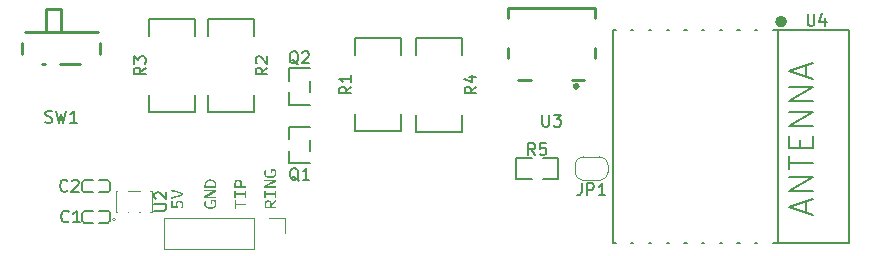
<source format=gbr>
%TF.GenerationSoftware,KiCad,Pcbnew,8.0.5-8.0.5-0~ubuntu22.04.1*%
%TF.CreationDate,2024-09-17T12:21:12-05:00*%
%TF.ProjectId,cheating-calc,63686561-7469-46e6-972d-63616c632e6b,rev?*%
%TF.SameCoordinates,Original*%
%TF.FileFunction,Legend,Top*%
%TF.FilePolarity,Positive*%
%FSLAX46Y46*%
G04 Gerber Fmt 4.6, Leading zero omitted, Abs format (unit mm)*
G04 Created by KiCad (PCBNEW 8.0.5-8.0.5-0~ubuntu22.04.1) date 2024-09-17 12:21:12*
%MOMM*%
%LPD*%
G01*
G04 APERTURE LIST*
G04 Aperture macros list*
%AMFreePoly0*
4,1,19,0.500000,-0.750000,0.000000,-0.750000,0.000000,-0.744911,-0.071157,-0.744911,-0.207708,-0.704816,-0.327430,-0.627875,-0.420627,-0.520320,-0.479746,-0.390866,-0.500000,-0.250000,-0.500000,0.250000,-0.479746,0.390866,-0.420627,0.520320,-0.327430,0.627875,-0.207708,0.704816,-0.071157,0.744911,0.000000,0.744911,0.000000,0.750000,0.500000,0.750000,0.500000,-0.750000,0.500000,-0.750000,
$1*%
%AMFreePoly1*
4,1,19,0.000000,0.744911,0.071157,0.744911,0.207708,0.704816,0.327430,0.627875,0.420627,0.520320,0.479746,0.390866,0.500000,0.250000,0.500000,-0.250000,0.479746,-0.390866,0.420627,-0.520320,0.327430,-0.627875,0.207708,-0.704816,0.071157,-0.744911,0.000000,-0.744911,0.000000,-0.750000,-0.500000,-0.750000,-0.500000,0.750000,0.000000,0.750000,0.000000,0.744911,0.000000,0.744911,
$1*%
G04 Aperture macros list end*
%ADD10C,0.150000*%
%ADD11C,0.200000*%
%ADD12C,0.100000*%
%ADD13C,0.120000*%
%ADD14C,0.250000*%
%ADD15C,0.300000*%
%ADD16C,0.500000*%
%ADD17R,0.600000X1.100000*%
%ADD18R,0.790000X0.540000*%
%ADD19R,1.070000X0.600000*%
%ADD20FreePoly0,180.000000*%
%ADD21FreePoly1,180.000000*%
%ADD22R,1.700000X1.700000*%
%ADD23O,1.700000X1.700000*%
%ADD24R,1.130000X1.380000*%
%ADD25C,0.850000*%
%ADD26R,0.900000X2.000000*%
%ADD27R,1.100000X0.930000*%
%ADD28R,3.460000X1.280000*%
%ADD29C,0.600000*%
%ADD30R,0.400000X2.000000*%
%ADD31O,1.200000X2.300000*%
%ADD32O,1.100000X2.100000*%
%ADD33R,1.000000X2.000000*%
%ADD34R,0.700000X0.700000*%
G04 APERTURE END LIST*
D10*
G36*
X108519815Y-68904880D02*
G01*
X108121211Y-69167930D01*
X108121211Y-69341098D01*
X108519815Y-69341098D01*
X108519815Y-69474210D01*
X107514023Y-69474210D01*
X107514023Y-69122745D01*
X107636633Y-69122745D01*
X107636633Y-69341098D01*
X107998601Y-69341098D01*
X107998601Y-69122745D01*
X107994582Y-69070669D01*
X107980691Y-69022459D01*
X107953950Y-68981165D01*
X107947799Y-68974978D01*
X107905529Y-68945806D01*
X107855292Y-68930098D01*
X107817373Y-68927106D01*
X107765304Y-68931883D01*
X107714471Y-68950224D01*
X107676346Y-68982321D01*
X107650930Y-69028173D01*
X107639457Y-69076892D01*
X107636633Y-69122745D01*
X107514023Y-69122745D01*
X107514023Y-69121524D01*
X107515967Y-69070631D01*
X107523432Y-69015447D01*
X107536495Y-68966686D01*
X107558811Y-68917917D01*
X107588748Y-68877889D01*
X107593646Y-68872884D01*
X107637412Y-68838370D01*
X107682393Y-68816259D01*
X107733616Y-68801698D01*
X107782488Y-68795227D01*
X107817617Y-68793994D01*
X107866718Y-68796694D01*
X107918253Y-68806391D01*
X107964903Y-68823141D01*
X108011546Y-68850414D01*
X108050652Y-68886748D01*
X108081141Y-68932279D01*
X108101008Y-68980471D01*
X108111441Y-69021384D01*
X108505649Y-68755159D01*
X108519815Y-68755159D01*
X108519815Y-68904880D01*
G37*
G36*
X108512000Y-67965766D02*
G01*
X108512000Y-68575397D01*
X108389390Y-68575397D01*
X108389390Y-68333352D01*
X107634191Y-68333352D01*
X107634191Y-68575397D01*
X107511581Y-68575397D01*
X107511581Y-67965766D01*
X107634191Y-67965766D01*
X107634191Y-68200240D01*
X108389390Y-68200240D01*
X108389390Y-67965766D01*
X108512000Y-67965766D01*
G37*
G36*
X107511581Y-67754741D02*
G01*
X107511581Y-67588900D01*
X108272397Y-67176374D01*
X107511581Y-67176374D01*
X107511581Y-67043261D01*
X108512000Y-67043261D01*
X108512000Y-67203484D01*
X107748252Y-67621628D01*
X108512000Y-67621628D01*
X108512000Y-67754741D01*
X107511581Y-67754741D01*
G37*
G36*
X108027422Y-66511056D02*
G01*
X108027422Y-66152508D01*
X108418699Y-66152508D01*
X108449025Y-66193584D01*
X108476512Y-66239542D01*
X108497463Y-66285833D01*
X108502474Y-66299786D01*
X108515740Y-66348673D01*
X108523479Y-66396913D01*
X108527238Y-66449171D01*
X108527631Y-66473687D01*
X108525459Y-66522797D01*
X108517433Y-66576662D01*
X108503493Y-66626835D01*
X108483639Y-66673314D01*
X108465838Y-66704252D01*
X108436102Y-66744108D01*
X108401176Y-66779686D01*
X108361062Y-66810986D01*
X108315758Y-66838009D01*
X108287540Y-66851531D01*
X108234491Y-66871516D01*
X108185542Y-66884739D01*
X108133380Y-66894357D01*
X108078008Y-66900367D01*
X108019424Y-66902771D01*
X108009348Y-66902822D01*
X107949123Y-66901119D01*
X107892279Y-66896013D01*
X107838817Y-66887503D01*
X107788735Y-66875588D01*
X107742035Y-66860270D01*
X107688415Y-66836335D01*
X107640078Y-66807080D01*
X107622223Y-66793889D01*
X107582046Y-66757337D01*
X107548678Y-66715765D01*
X107522120Y-66669172D01*
X107502372Y-66617557D01*
X107489434Y-66560922D01*
X107483986Y-66511999D01*
X107482760Y-66473198D01*
X107484557Y-66423108D01*
X107490768Y-66370806D01*
X107501415Y-66322034D01*
X107505475Y-66308090D01*
X107522649Y-66260121D01*
X107544940Y-66214045D01*
X107564093Y-66183771D01*
X107663744Y-66244831D01*
X107638920Y-66288242D01*
X107621996Y-66335522D01*
X107616849Y-66358648D01*
X107609417Y-66407355D01*
X107605549Y-66458345D01*
X107605370Y-66471000D01*
X107609174Y-66526705D01*
X107620586Y-66576399D01*
X107643515Y-66626778D01*
X107676799Y-66668976D01*
X107713570Y-66698635D01*
X107756944Y-66722789D01*
X107805916Y-66741946D01*
X107860487Y-66756105D01*
X107910240Y-66764087D01*
X107963880Y-66768599D01*
X108009592Y-66769709D01*
X108065427Y-66767777D01*
X108117374Y-66761981D01*
X108165433Y-66752321D01*
X108217972Y-66735629D01*
X108264912Y-66713372D01*
X108299752Y-66690575D01*
X108340770Y-66653018D01*
X108371713Y-66609805D01*
X108392582Y-66560935D01*
X108403376Y-66506408D01*
X108405021Y-66472710D01*
X108402151Y-66421449D01*
X108393542Y-66373181D01*
X108376995Y-66322455D01*
X108359103Y-66285620D01*
X108150032Y-66285620D01*
X108150032Y-66511056D01*
X108027422Y-66511056D01*
G37*
G36*
X102947422Y-69113708D02*
G01*
X102947422Y-68755159D01*
X103338699Y-68755159D01*
X103369025Y-68796236D01*
X103396512Y-68842193D01*
X103417463Y-68888485D01*
X103422474Y-68902438D01*
X103435740Y-68951324D01*
X103443479Y-68999564D01*
X103447238Y-69051823D01*
X103447631Y-69076339D01*
X103445459Y-69125449D01*
X103437433Y-69179314D01*
X103423493Y-69229487D01*
X103403639Y-69275966D01*
X103385838Y-69306904D01*
X103356102Y-69346760D01*
X103321176Y-69382338D01*
X103281062Y-69413638D01*
X103235758Y-69440661D01*
X103207540Y-69454182D01*
X103154491Y-69474168D01*
X103105542Y-69487391D01*
X103053380Y-69497008D01*
X102998008Y-69503019D01*
X102939424Y-69505423D01*
X102929348Y-69505473D01*
X102869123Y-69503771D01*
X102812279Y-69498665D01*
X102758817Y-69490155D01*
X102708735Y-69478240D01*
X102662035Y-69462922D01*
X102608415Y-69438986D01*
X102560078Y-69409732D01*
X102542223Y-69396541D01*
X102502046Y-69359989D01*
X102468678Y-69318417D01*
X102442120Y-69271823D01*
X102422372Y-69220209D01*
X102409434Y-69163574D01*
X102403986Y-69114651D01*
X102402760Y-69075850D01*
X102404557Y-69025760D01*
X102410768Y-68973458D01*
X102421415Y-68924685D01*
X102425475Y-68910742D01*
X102442649Y-68862773D01*
X102464940Y-68816697D01*
X102484093Y-68786422D01*
X102583744Y-68847483D01*
X102558920Y-68890893D01*
X102541996Y-68938174D01*
X102536849Y-68961300D01*
X102529417Y-69010007D01*
X102525549Y-69060997D01*
X102525370Y-69073652D01*
X102529174Y-69129357D01*
X102540586Y-69179050D01*
X102563515Y-69229430D01*
X102596799Y-69271628D01*
X102633570Y-69301286D01*
X102676944Y-69325441D01*
X102725916Y-69344597D01*
X102780487Y-69358757D01*
X102830240Y-69366739D01*
X102883880Y-69371250D01*
X102929592Y-69372361D01*
X102985427Y-69370429D01*
X103037374Y-69364633D01*
X103085433Y-69354973D01*
X103137972Y-69338281D01*
X103184912Y-69316024D01*
X103219752Y-69293226D01*
X103260770Y-69255670D01*
X103291713Y-69212456D01*
X103312582Y-69163586D01*
X103323376Y-69109060D01*
X103325021Y-69075362D01*
X103322151Y-69024101D01*
X103313542Y-68975833D01*
X103296995Y-68925107D01*
X103279103Y-68888272D01*
X103070032Y-68888272D01*
X103070032Y-69113708D01*
X102947422Y-69113708D01*
G37*
G36*
X102431581Y-68622291D02*
G01*
X102431581Y-68456450D01*
X103192397Y-68043924D01*
X102431581Y-68043924D01*
X102431581Y-67910812D01*
X103432000Y-67910812D01*
X103432000Y-68071035D01*
X102668252Y-68489179D01*
X103432000Y-68489179D01*
X103432000Y-68622291D01*
X102431581Y-68622291D01*
G37*
G36*
X102951598Y-67021340D02*
G01*
X103009553Y-67026263D01*
X103064192Y-67034878D01*
X103115518Y-67047186D01*
X103163529Y-67063186D01*
X103186291Y-67072570D01*
X103235677Y-67097777D01*
X103279757Y-67127448D01*
X103318531Y-67161583D01*
X103351999Y-67200183D01*
X103368741Y-67224245D01*
X103393389Y-67269592D01*
X103411984Y-67318866D01*
X103424525Y-67372067D01*
X103430455Y-67420794D01*
X103432000Y-67463603D01*
X103432000Y-67739109D01*
X102431581Y-67739109D01*
X102431581Y-67456520D01*
X102554191Y-67456520D01*
X102554191Y-67605997D01*
X103309390Y-67605997D01*
X103309390Y-67465069D01*
X103306550Y-67415549D01*
X103296732Y-67366510D01*
X103277834Y-67319839D01*
X103273486Y-67312173D01*
X103243009Y-67270350D01*
X103205800Y-67235740D01*
X103177254Y-67216674D01*
X103130508Y-67193398D01*
X103080397Y-67175961D01*
X103045119Y-67167581D01*
X102995444Y-67159376D01*
X102945827Y-67154578D01*
X102900771Y-67153170D01*
X102850050Y-67155186D01*
X102794317Y-67162925D01*
X102744183Y-67176469D01*
X102692768Y-67199607D01*
X102648974Y-67230646D01*
X102643339Y-67235725D01*
X102608603Y-67274507D01*
X102582398Y-67318618D01*
X102564725Y-67368059D01*
X102555584Y-67422830D01*
X102554191Y-67456520D01*
X102431581Y-67456520D01*
X102431581Y-67455055D01*
X102433990Y-67402519D01*
X102441217Y-67351461D01*
X102453262Y-67301883D01*
X102456249Y-67292145D01*
X102474625Y-67245071D01*
X102498915Y-67201241D01*
X102529121Y-67160654D01*
X102535872Y-67152926D01*
X102573582Y-67116986D01*
X102618018Y-67086103D01*
X102663762Y-67062631D01*
X102680220Y-67055718D01*
X102727527Y-67040117D01*
X102780054Y-67028973D01*
X102830298Y-67022879D01*
X102884540Y-67020197D01*
X102900771Y-67020058D01*
X102951598Y-67021340D01*
G37*
G36*
X105972000Y-69208474D02*
G01*
X105096633Y-69208474D01*
X105096633Y-69505473D01*
X104974023Y-69505473D01*
X104974023Y-68770791D01*
X105096633Y-68770791D01*
X105096633Y-69075362D01*
X105972000Y-69075362D01*
X105972000Y-69208474D01*
G37*
G36*
X105972000Y-67965766D02*
G01*
X105972000Y-68575397D01*
X105849390Y-68575397D01*
X105849390Y-68333352D01*
X105094191Y-68333352D01*
X105094191Y-68575397D01*
X104971581Y-68575397D01*
X104971581Y-67965766D01*
X105094191Y-67965766D01*
X105094191Y-68200240D01*
X105849390Y-68200240D01*
X105849390Y-67965766D01*
X105972000Y-67965766D01*
G37*
G36*
X105335600Y-67030506D02*
G01*
X105390474Y-67041133D01*
X105439878Y-67059591D01*
X105483813Y-67085879D01*
X105511846Y-67109451D01*
X105544965Y-67149362D01*
X105569949Y-67197501D01*
X105584890Y-67245311D01*
X105593854Y-67299167D01*
X105596759Y-67348664D01*
X105596842Y-67359067D01*
X105596842Y-67605997D01*
X105964184Y-67605997D01*
X105964184Y-67739109D01*
X104971581Y-67739109D01*
X104971581Y-67357846D01*
X105094191Y-67357846D01*
X105094191Y-67605997D01*
X105474233Y-67605997D01*
X105474233Y-67357846D01*
X105469924Y-67305396D01*
X105455031Y-67256863D01*
X105426362Y-67215322D01*
X105419766Y-67209102D01*
X105379175Y-67181569D01*
X105332292Y-67165465D01*
X105284212Y-67160742D01*
X105233560Y-67165465D01*
X105185667Y-67181569D01*
X105145970Y-67209102D01*
X105116490Y-67248387D01*
X105100309Y-67294869D01*
X105094393Y-67345473D01*
X105094191Y-67357846D01*
X104971581Y-67357846D01*
X104971581Y-67356625D01*
X104973662Y-67305445D01*
X104981653Y-67249963D01*
X104995638Y-67200956D01*
X105019529Y-67151965D01*
X105051577Y-67111785D01*
X105056822Y-67106764D01*
X105096754Y-67075930D01*
X105142180Y-67052668D01*
X105193098Y-67036981D01*
X105249510Y-67028866D01*
X105284212Y-67027630D01*
X105335600Y-67030506D01*
G37*
G36*
X99760191Y-68864336D02*
G01*
X99760191Y-69286632D01*
X100067692Y-69286632D01*
X100036969Y-69245265D01*
X100016157Y-69202124D01*
X100002483Y-69153656D01*
X99997274Y-69104836D01*
X99997106Y-69093924D01*
X100001839Y-69043539D01*
X100016039Y-68996154D01*
X100037162Y-68955683D01*
X100068481Y-68915501D01*
X100107362Y-68881264D01*
X100149270Y-68855299D01*
X100196487Y-68835464D01*
X100248379Y-68822975D01*
X100299079Y-68818016D01*
X100316820Y-68817685D01*
X100371255Y-68820835D01*
X100421904Y-68830282D01*
X100468765Y-68846028D01*
X100493163Y-68857497D01*
X100537347Y-68885480D01*
X100574947Y-68919664D01*
X100605964Y-68960050D01*
X100611377Y-68968872D01*
X100633659Y-69015912D01*
X100647689Y-69067580D01*
X100653260Y-69118038D01*
X100653631Y-69135690D01*
X100651371Y-69185445D01*
X100643557Y-69237557D01*
X100630162Y-69286329D01*
X100625055Y-69300309D01*
X100603450Y-69346735D01*
X100577602Y-69389333D01*
X100545687Y-69432704D01*
X100529556Y-69452228D01*
X100442117Y-69360637D01*
X100475000Y-69321258D01*
X100501848Y-69277767D01*
X100509284Y-69261963D01*
X100524143Y-69214052D01*
X100530490Y-69163367D01*
X100531021Y-69142284D01*
X100524354Y-69090731D01*
X100504354Y-69044546D01*
X100474601Y-69007218D01*
X100434916Y-68977465D01*
X100386693Y-68958732D01*
X100335991Y-68951294D01*
X100317553Y-68950798D01*
X100265947Y-68955330D01*
X100216564Y-68970783D01*
X100174915Y-68997204D01*
X100141278Y-69036222D01*
X100123166Y-69084032D01*
X100119716Y-69120791D01*
X100124280Y-69171022D01*
X100132661Y-69205787D01*
X100149654Y-69252404D01*
X100166611Y-69286632D01*
X100166611Y-69411684D01*
X99637581Y-69411684D01*
X99637581Y-68864336D01*
X99760191Y-68864336D01*
G37*
G36*
X99637581Y-68647204D02*
G01*
X99637581Y-68505787D01*
X99686792Y-68494807D01*
X99735140Y-68483848D01*
X99798261Y-68469270D01*
X99859848Y-68454730D01*
X99919902Y-68440228D01*
X99978421Y-68425764D01*
X100035406Y-68411339D01*
X100090856Y-68396951D01*
X100118006Y-68389772D01*
X100171118Y-68375236D01*
X100222741Y-68360448D01*
X100272876Y-68345408D01*
X100321522Y-68330116D01*
X100368680Y-68314572D01*
X100425534Y-68294788D01*
X100480063Y-68274611D01*
X100501224Y-68266429D01*
X100447625Y-68246100D01*
X100391701Y-68226177D01*
X100345287Y-68210530D01*
X100297385Y-68195143D01*
X100247994Y-68180015D01*
X100197115Y-68165147D01*
X100144748Y-68150538D01*
X100118006Y-68143331D01*
X100063323Y-68128959D01*
X100007105Y-68114541D01*
X99949353Y-68100077D01*
X99890067Y-68085568D01*
X99829247Y-68071012D01*
X99766892Y-68056411D01*
X99719120Y-68045430D01*
X99670484Y-68034423D01*
X99637581Y-68027071D01*
X99637581Y-67885655D01*
X99697173Y-67899059D01*
X99755507Y-67912528D01*
X99812583Y-67926061D01*
X99868402Y-67939659D01*
X99922962Y-67953321D01*
X99976265Y-67967048D01*
X100028309Y-67980839D01*
X100079096Y-67994694D01*
X100128624Y-68008614D01*
X100176895Y-68022598D01*
X100208376Y-68031956D01*
X100269639Y-68050885D01*
X100328742Y-68070180D01*
X100385685Y-68089842D01*
X100440468Y-68109870D01*
X100493091Y-68130264D01*
X100543554Y-68151025D01*
X100591857Y-68172152D01*
X100638000Y-68193645D01*
X100638000Y-68339214D01*
X100591857Y-68360432D01*
X100543554Y-68381346D01*
X100493091Y-68401954D01*
X100440468Y-68422256D01*
X100385685Y-68442254D01*
X100328742Y-68461946D01*
X100269639Y-68481333D01*
X100208376Y-68500414D01*
X100160944Y-68514528D01*
X100112254Y-68528570D01*
X100062306Y-68542538D01*
X100011101Y-68556433D01*
X99958637Y-68570256D01*
X99904915Y-68584005D01*
X99849935Y-68597682D01*
X99793698Y-68611285D01*
X99736202Y-68624815D01*
X99677449Y-68638273D01*
X99637581Y-68647204D01*
G37*
X98194819Y-69661904D02*
X99004342Y-69661904D01*
X99004342Y-69661904D02*
X99099580Y-69614285D01*
X99099580Y-69614285D02*
X99147200Y-69566666D01*
X99147200Y-69566666D02*
X99194819Y-69471428D01*
X99194819Y-69471428D02*
X99194819Y-69280952D01*
X99194819Y-69280952D02*
X99147200Y-69185714D01*
X99147200Y-69185714D02*
X99099580Y-69138095D01*
X99099580Y-69138095D02*
X99004342Y-69090476D01*
X99004342Y-69090476D02*
X98194819Y-69090476D01*
X98290057Y-68661904D02*
X98242438Y-68614285D01*
X98242438Y-68614285D02*
X98194819Y-68519047D01*
X98194819Y-68519047D02*
X98194819Y-68280952D01*
X98194819Y-68280952D02*
X98242438Y-68185714D01*
X98242438Y-68185714D02*
X98290057Y-68138095D01*
X98290057Y-68138095D02*
X98385295Y-68090476D01*
X98385295Y-68090476D02*
X98480533Y-68090476D01*
X98480533Y-68090476D02*
X98623390Y-68138095D01*
X98623390Y-68138095D02*
X99194819Y-68709523D01*
X99194819Y-68709523D02*
X99194819Y-68090476D01*
X90833333Y-67959580D02*
X90785714Y-68007200D01*
X90785714Y-68007200D02*
X90642857Y-68054819D01*
X90642857Y-68054819D02*
X90547619Y-68054819D01*
X90547619Y-68054819D02*
X90404762Y-68007200D01*
X90404762Y-68007200D02*
X90309524Y-67911961D01*
X90309524Y-67911961D02*
X90261905Y-67816723D01*
X90261905Y-67816723D02*
X90214286Y-67626247D01*
X90214286Y-67626247D02*
X90214286Y-67483390D01*
X90214286Y-67483390D02*
X90261905Y-67292914D01*
X90261905Y-67292914D02*
X90309524Y-67197676D01*
X90309524Y-67197676D02*
X90404762Y-67102438D01*
X90404762Y-67102438D02*
X90547619Y-67054819D01*
X90547619Y-67054819D02*
X90642857Y-67054819D01*
X90642857Y-67054819D02*
X90785714Y-67102438D01*
X90785714Y-67102438D02*
X90833333Y-67150057D01*
X91214286Y-67150057D02*
X91261905Y-67102438D01*
X91261905Y-67102438D02*
X91357143Y-67054819D01*
X91357143Y-67054819D02*
X91595238Y-67054819D01*
X91595238Y-67054819D02*
X91690476Y-67102438D01*
X91690476Y-67102438D02*
X91738095Y-67150057D01*
X91738095Y-67150057D02*
X91785714Y-67245295D01*
X91785714Y-67245295D02*
X91785714Y-67340533D01*
X91785714Y-67340533D02*
X91738095Y-67483390D01*
X91738095Y-67483390D02*
X91166667Y-68054819D01*
X91166667Y-68054819D02*
X91785714Y-68054819D01*
X90933333Y-70559580D02*
X90885714Y-70607200D01*
X90885714Y-70607200D02*
X90742857Y-70654819D01*
X90742857Y-70654819D02*
X90647619Y-70654819D01*
X90647619Y-70654819D02*
X90504762Y-70607200D01*
X90504762Y-70607200D02*
X90409524Y-70511961D01*
X90409524Y-70511961D02*
X90361905Y-70416723D01*
X90361905Y-70416723D02*
X90314286Y-70226247D01*
X90314286Y-70226247D02*
X90314286Y-70083390D01*
X90314286Y-70083390D02*
X90361905Y-69892914D01*
X90361905Y-69892914D02*
X90409524Y-69797676D01*
X90409524Y-69797676D02*
X90504762Y-69702438D01*
X90504762Y-69702438D02*
X90647619Y-69654819D01*
X90647619Y-69654819D02*
X90742857Y-69654819D01*
X90742857Y-69654819D02*
X90885714Y-69702438D01*
X90885714Y-69702438D02*
X90933333Y-69750057D01*
X91885714Y-70654819D02*
X91314286Y-70654819D01*
X91600000Y-70654819D02*
X91600000Y-69654819D01*
X91600000Y-69654819D02*
X91504762Y-69797676D01*
X91504762Y-69797676D02*
X91409524Y-69892914D01*
X91409524Y-69892914D02*
X91314286Y-69940533D01*
X110404761Y-67150057D02*
X110309523Y-67102438D01*
X110309523Y-67102438D02*
X110214285Y-67007200D01*
X110214285Y-67007200D02*
X110071428Y-66864342D01*
X110071428Y-66864342D02*
X109976190Y-66816723D01*
X109976190Y-66816723D02*
X109880952Y-66816723D01*
X109928571Y-67054819D02*
X109833333Y-67007200D01*
X109833333Y-67007200D02*
X109738095Y-66911961D01*
X109738095Y-66911961D02*
X109690476Y-66721485D01*
X109690476Y-66721485D02*
X109690476Y-66388152D01*
X109690476Y-66388152D02*
X109738095Y-66197676D01*
X109738095Y-66197676D02*
X109833333Y-66102438D01*
X109833333Y-66102438D02*
X109928571Y-66054819D01*
X109928571Y-66054819D02*
X110119047Y-66054819D01*
X110119047Y-66054819D02*
X110214285Y-66102438D01*
X110214285Y-66102438D02*
X110309523Y-66197676D01*
X110309523Y-66197676D02*
X110357142Y-66388152D01*
X110357142Y-66388152D02*
X110357142Y-66721485D01*
X110357142Y-66721485D02*
X110309523Y-66911961D01*
X110309523Y-66911961D02*
X110214285Y-67007200D01*
X110214285Y-67007200D02*
X110119047Y-67054819D01*
X110119047Y-67054819D02*
X109928571Y-67054819D01*
X111309523Y-67054819D02*
X110738095Y-67054819D01*
X111023809Y-67054819D02*
X111023809Y-66054819D01*
X111023809Y-66054819D02*
X110928571Y-66197676D01*
X110928571Y-66197676D02*
X110833333Y-66292914D01*
X110833333Y-66292914D02*
X110738095Y-66340533D01*
X134366666Y-67354819D02*
X134366666Y-68069104D01*
X134366666Y-68069104D02*
X134319047Y-68211961D01*
X134319047Y-68211961D02*
X134223809Y-68307200D01*
X134223809Y-68307200D02*
X134080952Y-68354819D01*
X134080952Y-68354819D02*
X133985714Y-68354819D01*
X134842857Y-68354819D02*
X134842857Y-67354819D01*
X134842857Y-67354819D02*
X135223809Y-67354819D01*
X135223809Y-67354819D02*
X135319047Y-67402438D01*
X135319047Y-67402438D02*
X135366666Y-67450057D01*
X135366666Y-67450057D02*
X135414285Y-67545295D01*
X135414285Y-67545295D02*
X135414285Y-67688152D01*
X135414285Y-67688152D02*
X135366666Y-67783390D01*
X135366666Y-67783390D02*
X135319047Y-67831009D01*
X135319047Y-67831009D02*
X135223809Y-67878628D01*
X135223809Y-67878628D02*
X134842857Y-67878628D01*
X136366666Y-68354819D02*
X135795238Y-68354819D01*
X136080952Y-68354819D02*
X136080952Y-67354819D01*
X136080952Y-67354819D02*
X135985714Y-67497676D01*
X135985714Y-67497676D02*
X135890476Y-67592914D01*
X135890476Y-67592914D02*
X135795238Y-67640533D01*
X130433333Y-64954819D02*
X130100000Y-64478628D01*
X129861905Y-64954819D02*
X129861905Y-63954819D01*
X129861905Y-63954819D02*
X130242857Y-63954819D01*
X130242857Y-63954819D02*
X130338095Y-64002438D01*
X130338095Y-64002438D02*
X130385714Y-64050057D01*
X130385714Y-64050057D02*
X130433333Y-64145295D01*
X130433333Y-64145295D02*
X130433333Y-64288152D01*
X130433333Y-64288152D02*
X130385714Y-64383390D01*
X130385714Y-64383390D02*
X130338095Y-64431009D01*
X130338095Y-64431009D02*
X130242857Y-64478628D01*
X130242857Y-64478628D02*
X129861905Y-64478628D01*
X131338095Y-63954819D02*
X130861905Y-63954819D01*
X130861905Y-63954819D02*
X130814286Y-64431009D01*
X130814286Y-64431009D02*
X130861905Y-64383390D01*
X130861905Y-64383390D02*
X130957143Y-64335771D01*
X130957143Y-64335771D02*
X131195238Y-64335771D01*
X131195238Y-64335771D02*
X131290476Y-64383390D01*
X131290476Y-64383390D02*
X131338095Y-64431009D01*
X131338095Y-64431009D02*
X131385714Y-64526247D01*
X131385714Y-64526247D02*
X131385714Y-64764342D01*
X131385714Y-64764342D02*
X131338095Y-64859580D01*
X131338095Y-64859580D02*
X131290476Y-64907200D01*
X131290476Y-64907200D02*
X131195238Y-64954819D01*
X131195238Y-64954819D02*
X130957143Y-64954819D01*
X130957143Y-64954819D02*
X130861905Y-64907200D01*
X130861905Y-64907200D02*
X130814286Y-64859580D01*
X88966667Y-62169700D02*
X89109524Y-62217319D01*
X89109524Y-62217319D02*
X89347619Y-62217319D01*
X89347619Y-62217319D02*
X89442857Y-62169700D01*
X89442857Y-62169700D02*
X89490476Y-62122080D01*
X89490476Y-62122080D02*
X89538095Y-62026842D01*
X89538095Y-62026842D02*
X89538095Y-61931604D01*
X89538095Y-61931604D02*
X89490476Y-61836366D01*
X89490476Y-61836366D02*
X89442857Y-61788747D01*
X89442857Y-61788747D02*
X89347619Y-61741128D01*
X89347619Y-61741128D02*
X89157143Y-61693509D01*
X89157143Y-61693509D02*
X89061905Y-61645890D01*
X89061905Y-61645890D02*
X89014286Y-61598271D01*
X89014286Y-61598271D02*
X88966667Y-61503033D01*
X88966667Y-61503033D02*
X88966667Y-61407795D01*
X88966667Y-61407795D02*
X89014286Y-61312557D01*
X89014286Y-61312557D02*
X89061905Y-61264938D01*
X89061905Y-61264938D02*
X89157143Y-61217319D01*
X89157143Y-61217319D02*
X89395238Y-61217319D01*
X89395238Y-61217319D02*
X89538095Y-61264938D01*
X89871429Y-61217319D02*
X90109524Y-62217319D01*
X90109524Y-62217319D02*
X90300000Y-61503033D01*
X90300000Y-61503033D02*
X90490476Y-62217319D01*
X90490476Y-62217319D02*
X90728572Y-61217319D01*
X91633333Y-62217319D02*
X91061905Y-62217319D01*
X91347619Y-62217319D02*
X91347619Y-61217319D01*
X91347619Y-61217319D02*
X91252381Y-61360176D01*
X91252381Y-61360176D02*
X91157143Y-61455414D01*
X91157143Y-61455414D02*
X91061905Y-61503033D01*
X125454819Y-59166666D02*
X124978628Y-59499999D01*
X125454819Y-59738094D02*
X124454819Y-59738094D01*
X124454819Y-59738094D02*
X124454819Y-59357142D01*
X124454819Y-59357142D02*
X124502438Y-59261904D01*
X124502438Y-59261904D02*
X124550057Y-59214285D01*
X124550057Y-59214285D02*
X124645295Y-59166666D01*
X124645295Y-59166666D02*
X124788152Y-59166666D01*
X124788152Y-59166666D02*
X124883390Y-59214285D01*
X124883390Y-59214285D02*
X124931009Y-59261904D01*
X124931009Y-59261904D02*
X124978628Y-59357142D01*
X124978628Y-59357142D02*
X124978628Y-59738094D01*
X124788152Y-58309523D02*
X125454819Y-58309523D01*
X124407200Y-58547618D02*
X125121485Y-58785713D01*
X125121485Y-58785713D02*
X125121485Y-58166666D01*
X107754819Y-57566666D02*
X107278628Y-57899999D01*
X107754819Y-58138094D02*
X106754819Y-58138094D01*
X106754819Y-58138094D02*
X106754819Y-57757142D01*
X106754819Y-57757142D02*
X106802438Y-57661904D01*
X106802438Y-57661904D02*
X106850057Y-57614285D01*
X106850057Y-57614285D02*
X106945295Y-57566666D01*
X106945295Y-57566666D02*
X107088152Y-57566666D01*
X107088152Y-57566666D02*
X107183390Y-57614285D01*
X107183390Y-57614285D02*
X107231009Y-57661904D01*
X107231009Y-57661904D02*
X107278628Y-57757142D01*
X107278628Y-57757142D02*
X107278628Y-58138094D01*
X106850057Y-57185713D02*
X106802438Y-57138094D01*
X106802438Y-57138094D02*
X106754819Y-57042856D01*
X106754819Y-57042856D02*
X106754819Y-56804761D01*
X106754819Y-56804761D02*
X106802438Y-56709523D01*
X106802438Y-56709523D02*
X106850057Y-56661904D01*
X106850057Y-56661904D02*
X106945295Y-56614285D01*
X106945295Y-56614285D02*
X107040533Y-56614285D01*
X107040533Y-56614285D02*
X107183390Y-56661904D01*
X107183390Y-56661904D02*
X107754819Y-57233332D01*
X107754819Y-57233332D02*
X107754819Y-56614285D01*
X97454819Y-57566666D02*
X96978628Y-57899999D01*
X97454819Y-58138094D02*
X96454819Y-58138094D01*
X96454819Y-58138094D02*
X96454819Y-57757142D01*
X96454819Y-57757142D02*
X96502438Y-57661904D01*
X96502438Y-57661904D02*
X96550057Y-57614285D01*
X96550057Y-57614285D02*
X96645295Y-57566666D01*
X96645295Y-57566666D02*
X96788152Y-57566666D01*
X96788152Y-57566666D02*
X96883390Y-57614285D01*
X96883390Y-57614285D02*
X96931009Y-57661904D01*
X96931009Y-57661904D02*
X96978628Y-57757142D01*
X96978628Y-57757142D02*
X96978628Y-58138094D01*
X96454819Y-57233332D02*
X96454819Y-56614285D01*
X96454819Y-56614285D02*
X96835771Y-56947618D01*
X96835771Y-56947618D02*
X96835771Y-56804761D01*
X96835771Y-56804761D02*
X96883390Y-56709523D01*
X96883390Y-56709523D02*
X96931009Y-56661904D01*
X96931009Y-56661904D02*
X97026247Y-56614285D01*
X97026247Y-56614285D02*
X97264342Y-56614285D01*
X97264342Y-56614285D02*
X97359580Y-56661904D01*
X97359580Y-56661904D02*
X97407200Y-56709523D01*
X97407200Y-56709523D02*
X97454819Y-56804761D01*
X97454819Y-56804761D02*
X97454819Y-57090475D01*
X97454819Y-57090475D02*
X97407200Y-57185713D01*
X97407200Y-57185713D02*
X97359580Y-57233332D01*
X110373261Y-57282057D02*
X110278023Y-57234438D01*
X110278023Y-57234438D02*
X110182785Y-57139200D01*
X110182785Y-57139200D02*
X110039928Y-56996342D01*
X110039928Y-56996342D02*
X109944690Y-56948723D01*
X109944690Y-56948723D02*
X109849452Y-56948723D01*
X109897071Y-57186819D02*
X109801833Y-57139200D01*
X109801833Y-57139200D02*
X109706595Y-57043961D01*
X109706595Y-57043961D02*
X109658976Y-56853485D01*
X109658976Y-56853485D02*
X109658976Y-56520152D01*
X109658976Y-56520152D02*
X109706595Y-56329676D01*
X109706595Y-56329676D02*
X109801833Y-56234438D01*
X109801833Y-56234438D02*
X109897071Y-56186819D01*
X109897071Y-56186819D02*
X110087547Y-56186819D01*
X110087547Y-56186819D02*
X110182785Y-56234438D01*
X110182785Y-56234438D02*
X110278023Y-56329676D01*
X110278023Y-56329676D02*
X110325642Y-56520152D01*
X110325642Y-56520152D02*
X110325642Y-56853485D01*
X110325642Y-56853485D02*
X110278023Y-57043961D01*
X110278023Y-57043961D02*
X110182785Y-57139200D01*
X110182785Y-57139200D02*
X110087547Y-57186819D01*
X110087547Y-57186819D02*
X109897071Y-57186819D01*
X110706595Y-56282057D02*
X110754214Y-56234438D01*
X110754214Y-56234438D02*
X110849452Y-56186819D01*
X110849452Y-56186819D02*
X111087547Y-56186819D01*
X111087547Y-56186819D02*
X111182785Y-56234438D01*
X111182785Y-56234438D02*
X111230404Y-56282057D01*
X111230404Y-56282057D02*
X111278023Y-56377295D01*
X111278023Y-56377295D02*
X111278023Y-56472533D01*
X111278023Y-56472533D02*
X111230404Y-56615390D01*
X111230404Y-56615390D02*
X110658976Y-57186819D01*
X110658976Y-57186819D02*
X111278023Y-57186819D01*
X114862819Y-59166666D02*
X114386628Y-59499999D01*
X114862819Y-59738094D02*
X113862819Y-59738094D01*
X113862819Y-59738094D02*
X113862819Y-59357142D01*
X113862819Y-59357142D02*
X113910438Y-59261904D01*
X113910438Y-59261904D02*
X113958057Y-59214285D01*
X113958057Y-59214285D02*
X114053295Y-59166666D01*
X114053295Y-59166666D02*
X114196152Y-59166666D01*
X114196152Y-59166666D02*
X114291390Y-59214285D01*
X114291390Y-59214285D02*
X114339009Y-59261904D01*
X114339009Y-59261904D02*
X114386628Y-59357142D01*
X114386628Y-59357142D02*
X114386628Y-59738094D01*
X114862819Y-58214285D02*
X114862819Y-58785713D01*
X114862819Y-58499999D02*
X113862819Y-58499999D01*
X113862819Y-58499999D02*
X114005676Y-58595237D01*
X114005676Y-58595237D02*
X114100914Y-58690475D01*
X114100914Y-58690475D02*
X114148533Y-58785713D01*
X131038095Y-61542319D02*
X131038095Y-62351842D01*
X131038095Y-62351842D02*
X131085714Y-62447080D01*
X131085714Y-62447080D02*
X131133333Y-62494700D01*
X131133333Y-62494700D02*
X131228571Y-62542319D01*
X131228571Y-62542319D02*
X131419047Y-62542319D01*
X131419047Y-62542319D02*
X131514285Y-62494700D01*
X131514285Y-62494700D02*
X131561904Y-62447080D01*
X131561904Y-62447080D02*
X131609523Y-62351842D01*
X131609523Y-62351842D02*
X131609523Y-61542319D01*
X131990476Y-61542319D02*
X132609523Y-61542319D01*
X132609523Y-61542319D02*
X132276190Y-61923271D01*
X132276190Y-61923271D02*
X132419047Y-61923271D01*
X132419047Y-61923271D02*
X132514285Y-61970890D01*
X132514285Y-61970890D02*
X132561904Y-62018509D01*
X132561904Y-62018509D02*
X132609523Y-62113747D01*
X132609523Y-62113747D02*
X132609523Y-62351842D01*
X132609523Y-62351842D02*
X132561904Y-62447080D01*
X132561904Y-62447080D02*
X132514285Y-62494700D01*
X132514285Y-62494700D02*
X132419047Y-62542319D01*
X132419047Y-62542319D02*
X132133333Y-62542319D01*
X132133333Y-62542319D02*
X132038095Y-62494700D01*
X132038095Y-62494700D02*
X131990476Y-62447080D01*
X153488095Y-53004819D02*
X153488095Y-53814342D01*
X153488095Y-53814342D02*
X153535714Y-53909580D01*
X153535714Y-53909580D02*
X153583333Y-53957200D01*
X153583333Y-53957200D02*
X153678571Y-54004819D01*
X153678571Y-54004819D02*
X153869047Y-54004819D01*
X153869047Y-54004819D02*
X153964285Y-53957200D01*
X153964285Y-53957200D02*
X154011904Y-53909580D01*
X154011904Y-53909580D02*
X154059523Y-53814342D01*
X154059523Y-53814342D02*
X154059523Y-53004819D01*
X154964285Y-53338152D02*
X154964285Y-54004819D01*
X154726190Y-52957200D02*
X154488095Y-53671485D01*
X154488095Y-53671485D02*
X155107142Y-53671485D01*
D11*
X153348716Y-69853246D02*
X153348716Y-68886579D01*
X153928716Y-70046579D02*
X151898716Y-69369913D01*
X151898716Y-69369913D02*
X153928716Y-68693246D01*
X153928716Y-68016579D02*
X151898716Y-68016579D01*
X151898716Y-68016579D02*
X153928716Y-66856579D01*
X153928716Y-66856579D02*
X151898716Y-66856579D01*
X151898716Y-66179912D02*
X151898716Y-65019912D01*
X153928716Y-65599912D02*
X151898716Y-65599912D01*
X152865383Y-64343245D02*
X152865383Y-63666579D01*
X153928716Y-63376579D02*
X153928716Y-64343245D01*
X153928716Y-64343245D02*
X151898716Y-64343245D01*
X151898716Y-64343245D02*
X151898716Y-63376579D01*
X153928716Y-62506578D02*
X151898716Y-62506578D01*
X151898716Y-62506578D02*
X153928716Y-61346578D01*
X153928716Y-61346578D02*
X151898716Y-61346578D01*
X153928716Y-60379911D02*
X151898716Y-60379911D01*
X151898716Y-60379911D02*
X153928716Y-59219911D01*
X153928716Y-59219911D02*
X151898716Y-59219911D01*
X153348716Y-58349911D02*
X153348716Y-57383244D01*
X153928716Y-58543244D02*
X151898716Y-57866578D01*
X151898716Y-57866578D02*
X153928716Y-57189911D01*
D12*
%TO.C,U2*%
X95040000Y-69800000D02*
X94900000Y-69800000D01*
X95990000Y-69800000D02*
X95950000Y-69800000D01*
X96940000Y-69800000D02*
X96900000Y-69800000D01*
X98000000Y-69800000D02*
X97850000Y-69800000D01*
X95040000Y-68000000D02*
X94900000Y-68000000D01*
X96940000Y-68000000D02*
X95950000Y-68000000D01*
X98000000Y-68000000D02*
X97850000Y-68000000D01*
X98000000Y-68000000D02*
X98000000Y-69800000D01*
X94900000Y-68000000D02*
X94900000Y-69800000D01*
X94930000Y-70420000D02*
G75*
G02*
X94670000Y-70420000I-130000J0D01*
G01*
X94670000Y-70420000D02*
G75*
G02*
X94930000Y-70420000I130000J0D01*
G01*
D10*
%TO.C,C2*%
X94270000Y-67100000D02*
X93480000Y-67100000D01*
X93480000Y-68100000D02*
X94270000Y-68100000D01*
X94420000Y-67950000D02*
X94420000Y-67250000D01*
X92230000Y-67100000D02*
X93020000Y-67100000D01*
X93020000Y-68100000D02*
X92230000Y-68100000D01*
X92080000Y-67950000D02*
X92080000Y-67250000D01*
X94420000Y-67950000D02*
G75*
G02*
X94270000Y-68100000I-150000J0D01*
G01*
X94270000Y-67100000D02*
G75*
G02*
X94420000Y-67250000I0J-150000D01*
G01*
X92230000Y-68100000D02*
G75*
G02*
X92080000Y-67950000I0J150000D01*
G01*
X92080000Y-67250000D02*
G75*
G02*
X92230000Y-67100000I150000J0D01*
G01*
%TO.C,C1*%
X94270000Y-69700000D02*
X93480000Y-69700000D01*
X93480000Y-70700000D02*
X94270000Y-70700000D01*
X94420000Y-70550000D02*
X94420000Y-69850000D01*
X92230000Y-69700000D02*
X93020000Y-69700000D01*
X93020000Y-70700000D02*
X92230000Y-70700000D01*
X92080000Y-70550000D02*
X92080000Y-69850000D01*
X94420000Y-70550000D02*
G75*
G02*
X94270000Y-70700000I-150000J0D01*
G01*
X94270000Y-69700000D02*
G75*
G02*
X94420000Y-69850000I0J-150000D01*
G01*
X92230000Y-70700000D02*
G75*
G02*
X92080000Y-70550000I0J150000D01*
G01*
X92080000Y-69850000D02*
G75*
G02*
X92230000Y-69700000I150000J0D01*
G01*
%TO.C,Q1*%
X109588500Y-62579000D02*
X109588500Y-63629000D01*
X109588500Y-65659000D02*
X109588500Y-64609000D01*
X111348500Y-62579000D02*
X109588500Y-62579000D01*
X111348500Y-63659000D02*
X111348500Y-64579000D01*
X111348500Y-65659000D02*
X109588500Y-65659000D01*
D13*
%TO.C,JP1*%
X133800000Y-66400000D02*
X133800000Y-65800000D01*
X134500000Y-65100000D02*
X135900000Y-65100000D01*
X135900000Y-67100000D02*
X134500000Y-67100000D01*
X136600000Y-65800000D02*
X136600000Y-66400000D01*
X133800000Y-65800000D02*
G75*
G02*
X134500000Y-65100000I700000J0D01*
G01*
X134500000Y-67100000D02*
G75*
G02*
X133800000Y-66400000I0J700000D01*
G01*
X135900000Y-65100000D02*
G75*
G02*
X136600000Y-65800000I1J-699999D01*
G01*
X136600000Y-66400000D02*
G75*
G02*
X135900000Y-67100000I-699999J-1D01*
G01*
%TO.C,J1*%
X98970000Y-70270000D02*
X98970000Y-72930000D01*
X106650000Y-70270000D02*
X98970000Y-70270000D01*
X106650000Y-70270000D02*
X106650000Y-72930000D01*
X106650000Y-72930000D02*
X98970000Y-72930000D01*
X107920000Y-70270000D02*
X109250000Y-70270000D01*
X109250000Y-70270000D02*
X109250000Y-71600000D01*
D10*
%TO.C,R5*%
X128840000Y-65180000D02*
X128840000Y-67020000D01*
X128840000Y-67020000D02*
X130120000Y-67020000D01*
X130120000Y-65180000D02*
X128840000Y-65180000D01*
X131080000Y-65180000D02*
X132360000Y-65180000D01*
X132360000Y-65180000D02*
X132360000Y-67020000D01*
X132360000Y-67020000D02*
X131080000Y-67020000D01*
D14*
%TO.C,SW1*%
X87000000Y-55452500D02*
X87000000Y-56372500D01*
X87200000Y-54562500D02*
X93400000Y-54562500D01*
X88710000Y-57262500D02*
X88890000Y-57262500D01*
X89000000Y-52562500D02*
X90300000Y-52562500D01*
X89000000Y-54562500D02*
X89000000Y-52562500D01*
X90210000Y-57262500D02*
X91890000Y-57262500D01*
X90300000Y-52562500D02*
X90300000Y-54562500D01*
X93600000Y-55452500D02*
X93600000Y-56372500D01*
D10*
%TO.C,R4*%
X120340000Y-55090000D02*
X120340000Y-56530000D01*
X120340000Y-62970000D02*
X120340000Y-61530000D01*
X124260000Y-55090000D02*
X120340000Y-55090000D01*
X124260000Y-56530000D02*
X124260000Y-55090000D01*
X124260000Y-61530000D02*
X124260000Y-62970000D01*
X124260000Y-62970000D02*
X120340000Y-62970000D01*
%TO.C,R2*%
X102740000Y-53460000D02*
X102740000Y-54900000D01*
X102740000Y-61340000D02*
X102740000Y-59900000D01*
X106660000Y-53460000D02*
X102740000Y-53460000D01*
X106660000Y-54900000D02*
X106660000Y-53460000D01*
X106660000Y-59900000D02*
X106660000Y-61340000D01*
X106660000Y-61340000D02*
X102740000Y-61340000D01*
%TO.C,R3*%
X97740000Y-53460000D02*
X97740000Y-54900000D01*
X97740000Y-61340000D02*
X97740000Y-59900000D01*
X101660000Y-53460000D02*
X97740000Y-53460000D01*
X101660000Y-54900000D02*
X101660000Y-53460000D01*
X101660000Y-59900000D02*
X101660000Y-61340000D01*
X101660000Y-61340000D02*
X97740000Y-61340000D01*
%TO.C,Q2*%
X109588500Y-57626000D02*
X109588500Y-58676000D01*
X109588500Y-60706000D02*
X109588500Y-59656000D01*
X111348500Y-57626000D02*
X109588500Y-57626000D01*
X111348500Y-58706000D02*
X111348500Y-59626000D01*
X111348500Y-60706000D02*
X109588500Y-60706000D01*
%TO.C,R1*%
X115140000Y-55060000D02*
X115140000Y-56500000D01*
X115140000Y-62940000D02*
X115140000Y-61500000D01*
X119060000Y-55060000D02*
X115140000Y-55060000D01*
X119060000Y-56500000D02*
X119060000Y-55060000D01*
X119060000Y-61500000D02*
X119060000Y-62940000D01*
X119060000Y-62940000D02*
X115140000Y-62940000D01*
D14*
%TO.C,U3*%
X128100000Y-52487500D02*
X135500000Y-52487500D01*
X128100000Y-53367500D02*
X128100000Y-52487500D01*
X128100000Y-55907500D02*
X128100000Y-56717500D01*
X130070000Y-58637500D02*
X129000000Y-58637500D01*
X134600000Y-58637500D02*
X133530000Y-58637500D01*
X135500000Y-53367500D02*
X135500000Y-52487500D01*
X135500000Y-55907500D02*
X135500000Y-56717500D01*
D15*
X134050000Y-59137500D02*
G75*
G02*
X133750000Y-59137500I-150000J0D01*
G01*
X133750000Y-59137500D02*
G75*
G02*
X134050000Y-59137500I150000J0D01*
G01*
D11*
%TO.C,U4*%
X137000000Y-54365000D02*
X137000000Y-72375000D01*
X137000000Y-72375000D02*
X137250000Y-72375000D01*
X137250000Y-54365000D02*
X137000000Y-54365000D01*
X138560000Y-72375000D02*
X138750000Y-72375000D01*
X138750000Y-54365000D02*
X138560000Y-54365000D01*
X140060000Y-72375000D02*
X140250000Y-72375000D01*
X140250000Y-54365000D02*
X140060000Y-54365000D01*
X141560000Y-72375000D02*
X141750000Y-72375000D01*
X141750000Y-54365000D02*
X141560000Y-54365000D01*
X143060000Y-72375000D02*
X143250000Y-72375000D01*
X143250000Y-54365000D02*
X143060000Y-54365000D01*
X144560000Y-72375000D02*
X144750000Y-72375000D01*
X144750000Y-54365000D02*
X144560000Y-54365000D01*
X146060000Y-72375000D02*
X146250000Y-72375000D01*
X146250000Y-54365000D02*
X146060000Y-54365000D01*
X147560000Y-72375000D02*
X147750000Y-72375000D01*
X147750000Y-54365000D02*
X147560000Y-54365000D01*
X149060000Y-72375000D02*
X149250000Y-72375000D01*
X149250000Y-54365000D02*
X149060000Y-54365000D01*
X150560000Y-72375000D02*
X157000000Y-72375000D01*
X151000000Y-54365000D02*
X151000000Y-72375000D01*
X157000000Y-54365000D02*
X150560000Y-54365000D01*
X157000000Y-72375000D02*
X157000000Y-54365000D01*
D16*
X151500000Y-53665000D02*
G75*
G02*
X151000000Y-53665000I-250000J0D01*
G01*
X151000000Y-53665000D02*
G75*
G02*
X151500000Y-53665000I250000J0D01*
G01*
%TD*%
%LPC*%
D17*
%TO.C,U2*%
X95500000Y-67600000D03*
X97400000Y-67600000D03*
X97400000Y-70200000D03*
X96450000Y-70200000D03*
X95500000Y-70200000D03*
%TD*%
D18*
%TO.C,C2*%
X93800000Y-67600000D03*
X92700000Y-67600000D03*
%TD*%
%TO.C,C1*%
X93800000Y-70200000D03*
X92700000Y-70200000D03*
%TD*%
D19*
%TO.C,Q1*%
X111708500Y-65069000D03*
X111708500Y-63169000D03*
X109228500Y-64119000D03*
%TD*%
D20*
%TO.C,JP1*%
X135850000Y-66100000D03*
D21*
X134550000Y-66100000D03*
%TD*%
D22*
%TO.C,J1*%
X107920000Y-71600000D03*
D23*
X105380000Y-71600000D03*
X102840000Y-71600000D03*
X100300000Y-71600000D03*
%TD*%
D24*
%TO.C,R5*%
X131600000Y-66100000D03*
X129600000Y-66100000D03*
%TD*%
D25*
%TO.C,SW1*%
X91800000Y-55912500D03*
X88800000Y-55912500D03*
D26*
X92550000Y-57762500D03*
X89550000Y-57762500D03*
X88050000Y-57762500D03*
D27*
X86500000Y-57052500D03*
X86500000Y-54782500D03*
X94100000Y-54782500D03*
X94100000Y-57052500D03*
%TD*%
D28*
%TO.C,R4*%
X122300000Y-62100000D03*
X122300000Y-55960000D03*
%TD*%
%TO.C,R2*%
X104700000Y-60470000D03*
X104700000Y-54330000D03*
%TD*%
%TO.C,R3*%
X99700000Y-60470000D03*
X99700000Y-54330000D03*
%TD*%
D19*
%TO.C,Q2*%
X111708500Y-60116000D03*
X111708500Y-58216000D03*
X109228500Y-59166000D03*
%TD*%
D28*
%TO.C,R1*%
X117100000Y-62070000D03*
X117100000Y-55930000D03*
%TD*%
D29*
%TO.C,U3*%
X133800000Y-56837500D03*
X129800000Y-56837500D03*
D30*
X133100000Y-58037500D03*
X132450000Y-58037500D03*
X131800000Y-58037500D03*
X131150000Y-58037500D03*
X130500000Y-58037500D03*
D31*
X135380000Y-58087500D03*
D32*
X135380000Y-54627500D03*
D31*
X128220000Y-58087500D03*
D32*
X128220000Y-54627500D03*
%TD*%
D33*
%TO.C,U4*%
X149900000Y-54615000D03*
X148400000Y-54615000D03*
X146900000Y-54615000D03*
X145400000Y-54615000D03*
X143900000Y-54615000D03*
X142400000Y-54615000D03*
X140900000Y-54615000D03*
X139400000Y-54615000D03*
X137900000Y-54615000D03*
X137900000Y-72115000D03*
X139400000Y-72115000D03*
X140900000Y-72115000D03*
X142400000Y-72115000D03*
X143900000Y-72115000D03*
X145400000Y-72115000D03*
X146900000Y-72115000D03*
X148400000Y-72115000D03*
X149900000Y-72115000D03*
D34*
X144800000Y-63225000D03*
X143700000Y-63225000D03*
X142600000Y-63225000D03*
X144800000Y-64325000D03*
X143700000Y-64325000D03*
X142600000Y-64325000D03*
X144800000Y-65425000D03*
X143700000Y-65425000D03*
X142600000Y-65425000D03*
%TD*%
%LPD*%
M02*

</source>
